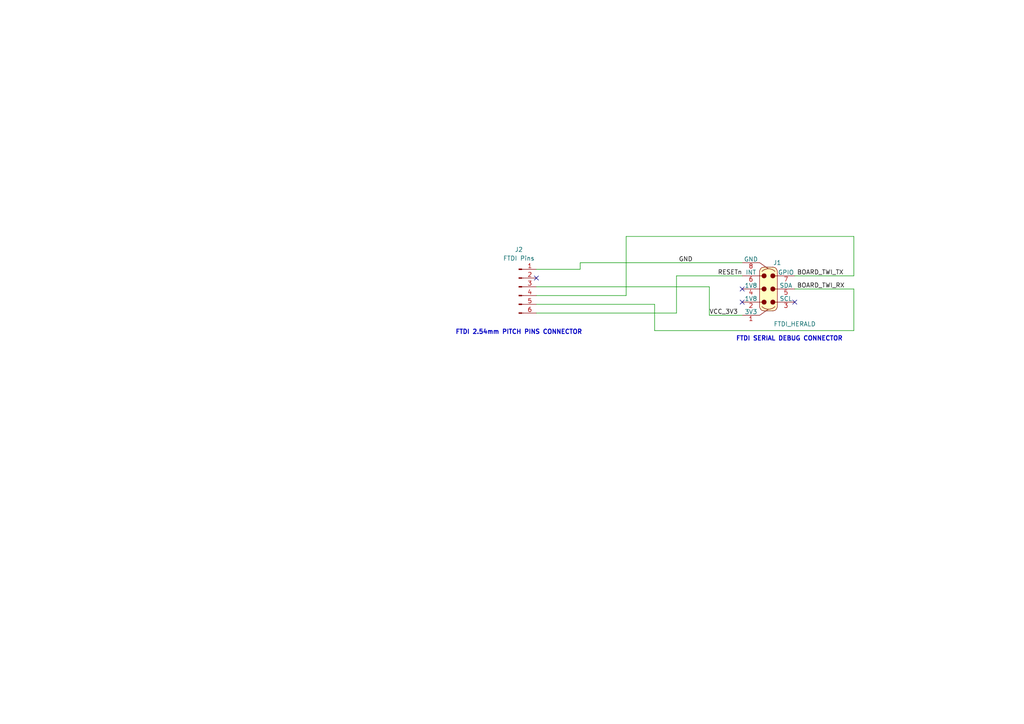
<source format=kicad_sch>
(kicad_sch (version 20230121) (generator eeschema)

  (uuid 1e12d77a-2b7b-4c12-8e92-5c01a54fbf80)

  (paper "A4")

  (lib_symbols
    (symbol "Connector:Conn_01x06_Pin" (pin_names (offset 1.016) hide) (in_bom yes) (on_board yes)
      (property "Reference" "J" (at 0 7.62 0)
        (effects (font (size 1.27 1.27)))
      )
      (property "Value" "Conn_01x06_Pin" (at 0 -10.16 0)
        (effects (font (size 1.27 1.27)))
      )
      (property "Footprint" "" (at 0 0 0)
        (effects (font (size 1.27 1.27)) hide)
      )
      (property "Datasheet" "~" (at 0 0 0)
        (effects (font (size 1.27 1.27)) hide)
      )
      (property "ki_locked" "" (at 0 0 0)
        (effects (font (size 1.27 1.27)))
      )
      (property "ki_keywords" "connector" (at 0 0 0)
        (effects (font (size 1.27 1.27)) hide)
      )
      (property "ki_description" "Generic connector, single row, 01x06, script generated" (at 0 0 0)
        (effects (font (size 1.27 1.27)) hide)
      )
      (property "ki_fp_filters" "Connector*:*_1x??_*" (at 0 0 0)
        (effects (font (size 1.27 1.27)) hide)
      )
      (symbol "Conn_01x06_Pin_1_1"
        (polyline
          (pts
            (xy 1.27 -7.62)
            (xy 0.8636 -7.62)
          )
          (stroke (width 0.1524) (type default))
          (fill (type none))
        )
        (polyline
          (pts
            (xy 1.27 -5.08)
            (xy 0.8636 -5.08)
          )
          (stroke (width 0.1524) (type default))
          (fill (type none))
        )
        (polyline
          (pts
            (xy 1.27 -2.54)
            (xy 0.8636 -2.54)
          )
          (stroke (width 0.1524) (type default))
          (fill (type none))
        )
        (polyline
          (pts
            (xy 1.27 0)
            (xy 0.8636 0)
          )
          (stroke (width 0.1524) (type default))
          (fill (type none))
        )
        (polyline
          (pts
            (xy 1.27 2.54)
            (xy 0.8636 2.54)
          )
          (stroke (width 0.1524) (type default))
          (fill (type none))
        )
        (polyline
          (pts
            (xy 1.27 5.08)
            (xy 0.8636 5.08)
          )
          (stroke (width 0.1524) (type default))
          (fill (type none))
        )
        (rectangle (start 0.8636 -7.493) (end 0 -7.747)
          (stroke (width 0.1524) (type default))
          (fill (type outline))
        )
        (rectangle (start 0.8636 -4.953) (end 0 -5.207)
          (stroke (width 0.1524) (type default))
          (fill (type outline))
        )
        (rectangle (start 0.8636 -2.413) (end 0 -2.667)
          (stroke (width 0.1524) (type default))
          (fill (type outline))
        )
        (rectangle (start 0.8636 0.127) (end 0 -0.127)
          (stroke (width 0.1524) (type default))
          (fill (type outline))
        )
        (rectangle (start 0.8636 2.667) (end 0 2.413)
          (stroke (width 0.1524) (type default))
          (fill (type outline))
        )
        (rectangle (start 0.8636 5.207) (end 0 4.953)
          (stroke (width 0.1524) (type default))
          (fill (type outline))
        )
        (pin passive line (at 5.08 5.08 180) (length 3.81)
          (name "Pin_1" (effects (font (size 1.27 1.27))))
          (number "1" (effects (font (size 1.27 1.27))))
        )
        (pin passive line (at 5.08 2.54 180) (length 3.81)
          (name "Pin_2" (effects (font (size 1.27 1.27))))
          (number "2" (effects (font (size 1.27 1.27))))
        )
        (pin passive line (at 5.08 0 180) (length 3.81)
          (name "Pin_3" (effects (font (size 1.27 1.27))))
          (number "3" (effects (font (size 1.27 1.27))))
        )
        (pin passive line (at 5.08 -2.54 180) (length 3.81)
          (name "Pin_4" (effects (font (size 1.27 1.27))))
          (number "4" (effects (font (size 1.27 1.27))))
        )
        (pin passive line (at 5.08 -5.08 180) (length 3.81)
          (name "Pin_5" (effects (font (size 1.27 1.27))))
          (number "5" (effects (font (size 1.27 1.27))))
        )
        (pin passive line (at 5.08 -7.62 180) (length 3.81)
          (name "Pin_6" (effects (font (size 1.27 1.27))))
          (number "6" (effects (font (size 1.27 1.27))))
        )
      )
    )
    (symbol "Herald_Extras:HERALD_V2_CONN_PLUG" (pin_names (offset 0)) (in_bom yes) (on_board yes)
      (property "Reference" "J" (at 0 11.43 0)
        (effects (font (size 1.27 1.27)))
      )
      (property "Value" "HERALD_V2_CONN_PLUG" (at 0 -11.43 0)
        (effects (font (size 1.27 1.27)))
      )
      (property "Footprint" "" (at 0 3.81 0)
        (effects (font (size 1.27 1.27)) hide)
      )
      (property "Datasheet" "https://ele.kyocera.com/assets/products/connector/specification/201035861003.pdf" (at 1.27 -15.24 0)
        (effects (font (size 1.27 1.27)) hide)
      )
      (property "MPN" "145861006024829+" (at 0 -26.67 0)
        (effects (font (size 1.27 1.27)) hide)
      )
      (property "ki_keywords" "kyocera, 145861006024829+, 5861, herald, plug" (at 0 0 0)
        (effects (font (size 1.27 1.27)) hide)
      )
      (property "ki_description" "Herald extension boards plug connector. Kyocera 145861006024829+" (at 0 0 0)
        (effects (font (size 1.27 1.27)) hide)
      )
      (symbol "HERALD_V2_CONN_PLUG_0_1"
        (polyline
          (pts
            (xy -2.54 -7.62)
            (xy 0 -5.842)
          )
          (stroke (width 0) (type default))
          (fill (type none))
        )
        (polyline
          (pts
            (xy -2.54 -3.81)
            (xy -1.905 -3.81)
          )
          (stroke (width 0) (type default))
          (fill (type none))
        )
        (polyline
          (pts
            (xy -2.54 0)
            (xy -1.905 0)
          )
          (stroke (width 0) (type default))
          (fill (type none))
        )
        (polyline
          (pts
            (xy -2.54 3.81)
            (xy -1.905 3.81)
          )
          (stroke (width 0) (type default))
          (fill (type none))
        )
        (polyline
          (pts
            (xy -2.54 7.62)
            (xy 0 5.842)
          )
          (stroke (width 0) (type default))
          (fill (type none))
        )
        (polyline
          (pts
            (xy 2.54 -3.81)
            (xy 1.905 -3.81)
          )
          (stroke (width 0) (type default))
          (fill (type none))
        )
        (polyline
          (pts
            (xy 2.54 0)
            (xy 1.905 0)
          )
          (stroke (width 0) (type default))
          (fill (type none))
        )
        (polyline
          (pts
            (xy 2.54 3.81)
            (xy 1.905 3.81)
          )
          (stroke (width 0) (type default))
          (fill (type none))
        )
      )
      (symbol "HERALD_V2_CONN_PLUG_1_1"
        (arc (start -2.54 -5.08) (mid -2.168 -5.978) (end -1.27 -6.35)
          (stroke (width 0) (type default))
          (fill (type background))
        )
        (rectangle (start -2.54 5.08) (end 2.54 -5.08)
          (stroke (width -0.0001) (type default))
          (fill (type background))
        )
        (arc (start -1.905 -5.08) (mid 0 -5.8677) (end 1.905 -5.08)
          (stroke (width 0) (type default))
          (fill (type none))
        )
        (rectangle (start -1.27 -5.08) (end 1.27 -6.35)
          (stroke (width -0.0001) (type default))
          (fill (type background))
        )
        (circle (center -1.27 -3.81) (radius 0.635)
          (stroke (width 0) (type default))
          (fill (type outline))
        )
        (circle (center -1.27 0) (radius 0.635)
          (stroke (width 0) (type default))
          (fill (type outline))
        )
        (circle (center -1.27 3.81) (radius 0.635)
          (stroke (width 0) (type default))
          (fill (type outline))
        )
        (arc (start -1.27 6.35) (mid -2.168 5.978) (end -2.54 5.08)
          (stroke (width 0) (type default))
          (fill (type background))
        )
        (rectangle (start -1.27 6.35) (end 1.27 5.08)
          (stroke (width -0.0001) (type default))
          (fill (type background))
        )
        (polyline
          (pts
            (xy -2.54 5.08)
            (xy -2.54 -5.08)
          )
          (stroke (width 0) (type default))
          (fill (type none))
        )
        (polyline
          (pts
            (xy -1.27 -6.35)
            (xy 1.27 -6.35)
          )
          (stroke (width 0) (type default))
          (fill (type none))
        )
        (polyline
          (pts
            (xy -1.27 6.35)
            (xy 1.27 6.35)
          )
          (stroke (width 0) (type default))
          (fill (type none))
        )
        (polyline
          (pts
            (xy 2.54 -5.08)
            (xy 2.54 5.08)
          )
          (stroke (width 0) (type default))
          (fill (type none))
        )
        (arc (start 1.27 -6.35) (mid 2.168 -5.978) (end 2.54 -5.08)
          (stroke (width 0) (type default))
          (fill (type background))
        )
        (circle (center 1.27 -3.81) (radius 0.635)
          (stroke (width 0) (type default))
          (fill (type outline))
        )
        (circle (center 1.27 0) (radius 0.635)
          (stroke (width 0) (type default))
          (fill (type outline))
        )
        (circle (center 1.27 3.81) (radius 0.635)
          (stroke (width 0) (type default))
          (fill (type outline))
        )
        (arc (start 1.905 5.0841) (mid 0 5.872) (end -1.905 5.0841)
          (stroke (width 0) (type default))
          (fill (type none))
        )
        (arc (start 2.54 5.08) (mid 2.168 5.978) (end 1.27 6.35)
          (stroke (width 0) (type default))
          (fill (type background))
        )
        (text private "Note: Signal (and 1V8 pins) are each max 0.5A, 3V3 and GND are both max 5A" (at 1.27 -22.86 0)
          (effects (font (face "KiCad Font") (size 1.27 1.27)))
        )
        (text private "Note: You MUST join both 1V8 pins together immediately to allow greater current." (at 1.27 -19.05 0)
          (effects (font (face "KiCad Font") (size 1.27 1.27)))
        )
        (pin passive line (at -7.62 -7.62 0) (length 5.08)
          (name "3V3" (effects (font (size 1.27 1.27))))
          (number "1" (effects (font (size 1.27 1.27))))
        )
        (pin passive line (at -7.62 -3.81 0) (length 5.08)
          (name "1V8" (effects (font (size 1.27 1.27))))
          (number "2" (effects (font (size 1.27 1.27))))
        )
        (pin passive line (at 7.62 -3.81 180) (length 5.08)
          (name "SCL" (effects (font (size 1.27 1.27))))
          (number "3" (effects (font (size 1.27 1.27))))
        )
        (pin passive line (at -7.62 0 0) (length 5.08)
          (name "1V8" (effects (font (size 1.27 1.27))))
          (number "4" (effects (font (size 1.27 1.27))))
        )
        (pin bidirectional line (at 7.62 0 180) (length 5.08)
          (name "SDA" (effects (font (size 1.27 1.27))))
          (number "5" (effects (font (size 1.27 1.27))))
        )
        (pin bidirectional line (at -7.62 3.81 0) (length 5.08)
          (name "INT" (effects (font (size 1.27 1.27))))
          (number "6" (effects (font (size 1.27 1.27))))
        )
        (pin bidirectional line (at 7.62 3.81 180) (length 5.08)
          (name "GPIO" (effects (font (size 1.27 1.27))))
          (number "7" (effects (font (size 1.27 1.27))))
        )
        (pin passive line (at -7.62 7.62 0) (length 5.08)
          (name "GND" (effects (font (size 1.27 1.27))))
          (number "8" (effects (font (size 1.27 1.27))))
        )
      )
    )
  )


  (no_connect (at 155.575 80.645) (uuid 656bc0fc-10d7-474d-85e8-c0d4f0e8e0d5))
  (no_connect (at 230.505 87.63) (uuid 9069fa1c-ccba-40ac-8ecd-d0897634615c))
  (no_connect (at 215.265 87.63) (uuid c405f630-3360-424e-b3a0-14840af96360))
  (no_connect (at 215.265 83.82) (uuid ffb927ea-d2e9-41f1-aaea-3c36167475ea))

  (wire (pts (xy 168.275 76.2) (xy 215.265 76.2))
    (stroke (width 0) (type default))
    (uuid 034b03d1-7655-4f2e-93dd-52837c1dec09)
  )
  (wire (pts (xy 189.865 95.885) (xy 189.865 88.265))
    (stroke (width 0) (type default))
    (uuid 085c4df8-1414-46f4-a42b-1eeb99363396)
  )
  (wire (pts (xy 205.74 91.44) (xy 205.74 83.185))
    (stroke (width 0) (type default))
    (uuid 14b09b48-edda-449b-a152-9ac603e380f0)
  )
  (wire (pts (xy 168.275 76.2) (xy 168.275 78.105))
    (stroke (width 0) (type default))
    (uuid 1672e287-0e06-46b2-be48-0e032b1c198e)
  )
  (wire (pts (xy 230.505 80.01) (xy 247.65 80.01))
    (stroke (width 0) (type default))
    (uuid 16cb34d3-a132-4189-8f7a-047a7945d482)
  )
  (wire (pts (xy 247.65 83.82) (xy 247.65 95.885))
    (stroke (width 0) (type default))
    (uuid 2f7f324d-c099-4afe-beb1-f526d78328ed)
  )
  (wire (pts (xy 230.505 83.82) (xy 247.65 83.82))
    (stroke (width 0) (type default))
    (uuid 2ffa140b-0cde-44ab-baf0-5d215fbe9628)
  )
  (wire (pts (xy 196.215 80.01) (xy 196.215 90.805))
    (stroke (width 0) (type default))
    (uuid 3e4e8f5c-35fc-45b6-968e-711db05858bc)
  )
  (wire (pts (xy 247.65 95.885) (xy 189.865 95.885))
    (stroke (width 0) (type default))
    (uuid 6fafc8ef-1f27-4fea-bcc0-b5d6233dcbad)
  )
  (wire (pts (xy 196.215 90.805) (xy 155.575 90.805))
    (stroke (width 0) (type default))
    (uuid 74f13193-5f0f-44b6-beb5-4d5181f6a1f2)
  )
  (wire (pts (xy 168.275 78.105) (xy 155.575 78.105))
    (stroke (width 0) (type default))
    (uuid 9585e7f3-b2bf-4bb3-9725-e3c1e12d1d43)
  )
  (wire (pts (xy 155.575 88.265) (xy 189.865 88.265))
    (stroke (width 0) (type default))
    (uuid a48602a7-0227-4038-be0d-3b6681099d75)
  )
  (wire (pts (xy 215.265 80.01) (xy 196.215 80.01))
    (stroke (width 0) (type default))
    (uuid b80767b4-e799-4e88-b789-4c0da07dc4ff)
  )
  (wire (pts (xy 205.74 83.185) (xy 155.575 83.185))
    (stroke (width 0) (type default))
    (uuid d7970f01-1ae4-4278-a7e7-4de3fc3b0f3f)
  )
  (wire (pts (xy 181.61 85.725) (xy 155.575 85.725))
    (stroke (width 0) (type default))
    (uuid e5095e7f-3ff3-4275-a587-0be31abe2d9c)
  )
  (wire (pts (xy 181.61 68.58) (xy 181.61 85.725))
    (stroke (width 0) (type default))
    (uuid e6e3edf3-298d-4298-97f7-a63007e20547)
  )
  (wire (pts (xy 247.65 80.01) (xy 247.65 68.58))
    (stroke (width 0) (type default))
    (uuid ed1206f4-f745-40d9-afa5-bae9d49da354)
  )
  (wire (pts (xy 247.65 68.58) (xy 181.61 68.58))
    (stroke (width 0) (type default))
    (uuid f7aac072-e29c-418e-b40a-f320c4cd60c4)
  )
  (wire (pts (xy 205.74 91.44) (xy 215.265 91.44))
    (stroke (width 0) (type default))
    (uuid fb56c48e-e0fa-4143-b30b-1763f52e64ce)
  )

  (text "FTDI SERIAL DEBUG CONNECTOR" (at 244.475 99.06 0)
    (effects (font (size 1.27 1.27) bold) (justify right bottom))
    (uuid 5eaa22d7-56f0-45dc-a08e-de872da84522)
  )
  (text "FTDI 2.54mm PITCH PINS CONNECTOR" (at 168.91 97.155 0)
    (effects (font (size 1.27 1.27) bold) (justify right bottom))
    (uuid 86ccef3d-c881-4fe6-b500-ccb0bedb8621)
  )

  (label "BOARD_TWI_RX" (at 231.14 83.82 0) (fields_autoplaced)
    (effects (font (size 1.27 1.27)) (justify left bottom))
    (uuid 0c73cccb-cc38-437e-82b7-115251c5b2b8)
  )
  (label "VCC_3V3" (at 205.74 91.44 0) (fields_autoplaced)
    (effects (font (size 1.27 1.27)) (justify left bottom))
    (uuid 6240c6c3-0f4f-40bc-b771-611de4971a2e)
  )
  (label "BOARD_TWI_TX" (at 231.14 80.01 0) (fields_autoplaced)
    (effects (font (size 1.27 1.27)) (justify left bottom))
    (uuid 7b2def6d-03ec-4b1d-a059-5065cb273070)
  )
  (label "GND" (at 196.85 76.2 0) (fields_autoplaced)
    (effects (font (size 1.27 1.27)) (justify left bottom))
    (uuid 9d882175-398f-4070-b1a6-579747b738fb)
  )
  (label "RESETn" (at 215.265 80.01 180) (fields_autoplaced)
    (effects (font (size 1.27 1.27)) (justify right bottom))
    (uuid b218d6a9-6b8d-4761-a502-3c200c3ce29d)
  )

  (symbol (lib_id "Connector:Conn_01x06_Pin") (at 150.495 83.185 0) (unit 1)
    (in_bom yes) (on_board yes) (dnp no)
    (uuid 10385a00-8a77-475d-93b7-02e2ba5c09c6)
    (property "Reference" "J2" (at 150.495 72.39 0)
      (effects (font (size 1.27 1.27)))
    )
    (property "Value" "FTDI Pins" (at 150.495 74.93 0)
      (effects (font (size 1.27 1.27)))
    )
    (property "Footprint" "Connector_PinHeader_2.54mm:PinHeader_1x06_P2.54mm_Horizontal" (at 150.495 83.185 0)
      (effects (font (size 1.27 1.27)) hide)
    )
    (property "Datasheet" "~" (at 150.495 83.185 0)
      (effects (font (size 1.27 1.27)) hide)
    )
    (pin "1" (uuid 8e1072ca-40e6-4ddd-ad6c-bac3ce2bad72))
    (pin "2" (uuid a6978c7c-2e70-478e-8d80-2d83e38a7c23))
    (pin "3" (uuid 5ef9e070-2eb1-4c7e-a0c5-dd7f4254af30))
    (pin "4" (uuid 80e0495b-de3b-490a-b2e1-95aca2f980ed))
    (pin "5" (uuid d1eda7c2-ba82-4768-8188-8d4882d8cbf5))
    (pin "6" (uuid 6d0de790-3a7c-49c3-a269-693a928898fa))
    (instances
      (project "pcb-adapter-ftdi"
        (path "/1e12d77a-2b7b-4c12-8e92-5c01a54fbf80"
          (reference "J2") (unit 1)
        )
      )
    )
  )

  (symbol (lib_id "Herald_Extras:HERALD_V2_CONN_PLUG") (at 222.885 83.82 0) (unit 1)
    (in_bom yes) (on_board yes) (dnp no)
    (uuid 9ee3a9b5-2fb9-42d3-8004-6f276b3442de)
    (property "Reference" "J1" (at 225.425 76.2 0)
      (effects (font (size 1.27 1.27)))
    )
    (property "Value" "FTDI_HERALD" (at 230.505 93.98 0)
      (effects (font (size 1.27 1.27)))
    )
    (property "Footprint" "Herald:HERALD_V2_CONN_PORT" (at 222.885 80.01 0)
      (effects (font (size 1.27 1.27)) hide)
    )
    (property "Datasheet" "https://ele.kyocera.com/assets/products/connector/specification/201035861003.pdf" (at 224.155 99.06 0)
      (effects (font (size 1.27 1.27)) hide)
    )
    (property "MPN" "145861006024829+" (at 222.885 110.49 0)
      (effects (font (size 1.27 1.27)) hide)
    )
    (pin "1" (uuid f725047a-fc40-4c5b-a0a3-d43cf87ea220))
    (pin "2" (uuid 4e3f023f-7c08-49d5-b5fd-322486323f14))
    (pin "3" (uuid 26dbe32c-3425-4650-a803-cc65efe1f994))
    (pin "4" (uuid aba71a62-43e6-4e3f-8c5a-e78783a24928))
    (pin "5" (uuid 71004c63-2b97-4d8d-9af7-40f4aa891e6e))
    (pin "6" (uuid cfec2a90-292b-49ac-8b27-a4dce9877862))
    (pin "7" (uuid f46209cb-e539-4e0a-b380-e505124d4109))
    (pin "8" (uuid 8b5721b7-79ee-403b-b176-72268ea0a44b))
    (instances
      (project "pcb-adapter-ftdi"
        (path "/1e12d77a-2b7b-4c12-8e92-5c01a54fbf80"
          (reference "J1") (unit 1)
        )
      )
      (project "wearable-v2"
        (path "/1eb7e8c9-86dc-4f6b-85aa-748b782af952/b2450f58-45d3-4267-a96b-cde30ab720a0"
          (reference "J19") (unit 1)
        )
      )
    )
  )

  (sheet_instances
    (path "/" (page "1"))
  )
)

</source>
